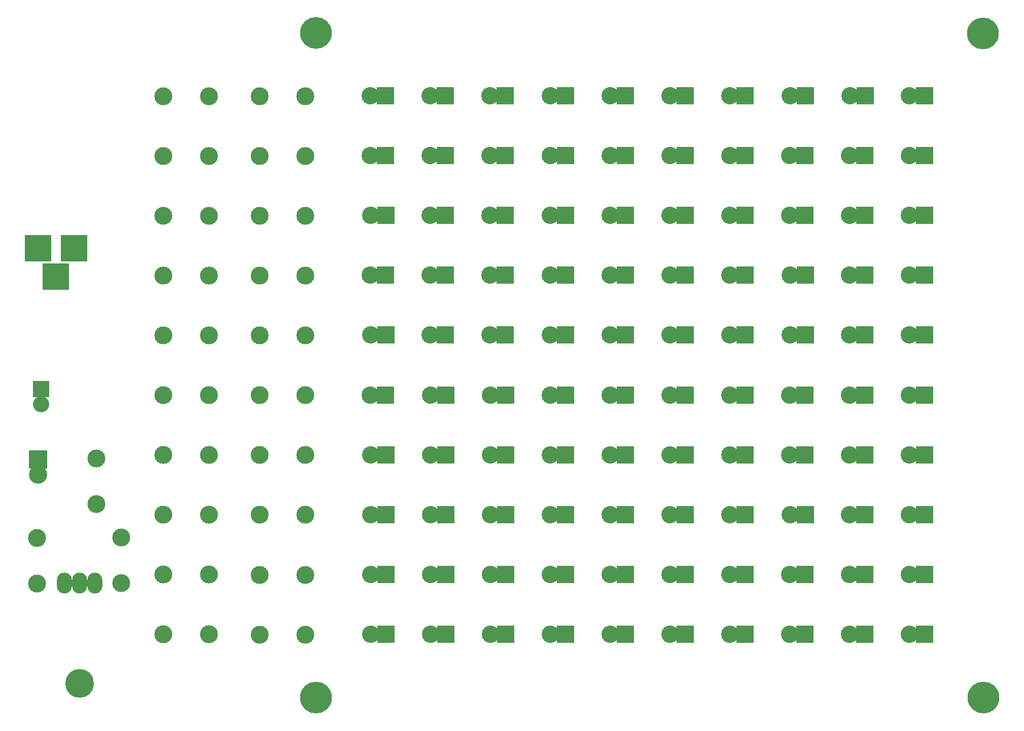
<source format=gbr>
G04 #@! TF.GenerationSoftware,KiCad,Pcbnew,(5.0.0)*
G04 #@! TF.CreationDate,2019-04-16T18:27:59-04:00*
G04 #@! TF.ProjectId,V2 - 2 ,5632202D2032202E6B696361645F7063,rev?*
G04 #@! TF.SameCoordinates,Original*
G04 #@! TF.FileFunction,Soldermask,Top*
G04 #@! TF.FilePolarity,Negative*
%FSLAX46Y46*%
G04 Gerber Fmt 4.6, Leading zero omitted, Abs format (unit mm)*
G04 Created by KiCad (PCBNEW (5.0.0)) date 04/16/19 18:27:59*
%MOMM*%
%LPD*%
G01*
G04 APERTURE LIST*
%ADD10C,5.300000*%
%ADD11R,4.500120X4.500120*%
%ADD12R,2.900000X3.000000*%
%ADD13C,2.900000*%
%ADD14R,3.032000X3.032000*%
%ADD15O,3.032000X3.032000*%
%ADD16O,2.501140X3.499360*%
%ADD17C,4.799840*%
%ADD18C,2.998980*%
%ADD19R,2.700000X2.700000*%
%ADD20O,2.700000X2.700000*%
G04 APERTURE END LIST*
D10*
G04 #@! TO.C,REF\002A\002A*
X115110000Y-139110000D03*
G04 #@! TD*
G04 #@! TO.C,REF\002A\002A*
X226580000Y-139110000D03*
G04 #@! TD*
G04 #@! TO.C,REF\002A\002A*
X226480000Y-28070000D03*
G04 #@! TD*
D11*
G04 #@! TO.C,CON1*
X74700140Y-64000000D03*
X68700660Y-64000000D03*
X71700400Y-68699000D03*
G04 #@! TD*
D12*
G04 #@! TO.C,D1*
X126750000Y-38500000D03*
D13*
X124210000Y-38500000D03*
G04 #@! TD*
D12*
G04 #@! TO.C,D2*
X136750000Y-38500000D03*
D13*
X134210000Y-38500000D03*
G04 #@! TD*
D12*
G04 #@! TO.C,D3*
X146750000Y-38500000D03*
D13*
X144210000Y-38500000D03*
G04 #@! TD*
D12*
G04 #@! TO.C,D4*
X156790000Y-38500000D03*
D13*
X154250000Y-38500000D03*
G04 #@! TD*
D12*
G04 #@! TO.C,D5*
X166750000Y-38500000D03*
D13*
X164210000Y-38500000D03*
G04 #@! TD*
D12*
G04 #@! TO.C,D6*
X126750000Y-48500000D03*
D13*
X124210000Y-48500000D03*
G04 #@! TD*
D12*
G04 #@! TO.C,D7*
X136750000Y-48500000D03*
D13*
X134210000Y-48500000D03*
G04 #@! TD*
D12*
G04 #@! TO.C,D8*
X146750000Y-48500000D03*
D13*
X144210000Y-48500000D03*
G04 #@! TD*
D12*
G04 #@! TO.C,D9*
X156790000Y-48500000D03*
D13*
X154250000Y-48500000D03*
G04 #@! TD*
D12*
G04 #@! TO.C,D10*
X166750000Y-48500000D03*
D13*
X164210000Y-48500000D03*
G04 #@! TD*
D12*
G04 #@! TO.C,D11*
X126790000Y-58500000D03*
D13*
X124250000Y-58500000D03*
G04 #@! TD*
D12*
G04 #@! TO.C,D12*
X136750000Y-58500000D03*
D13*
X134210000Y-58500000D03*
G04 #@! TD*
D12*
G04 #@! TO.C,D13*
X146750000Y-58500000D03*
D13*
X144210000Y-58500000D03*
G04 #@! TD*
D12*
G04 #@! TO.C,D14*
X156750000Y-58500000D03*
D13*
X154210000Y-58500000D03*
G04 #@! TD*
D12*
G04 #@! TO.C,D15*
X166750000Y-58500000D03*
D13*
X164210000Y-58500000D03*
G04 #@! TD*
D12*
G04 #@! TO.C,D16*
X126750000Y-68500000D03*
D13*
X124210000Y-68500000D03*
G04 #@! TD*
D12*
G04 #@! TO.C,D17*
X136750000Y-68500000D03*
D13*
X134210000Y-68500000D03*
G04 #@! TD*
D12*
G04 #@! TO.C,D18*
X146750000Y-68500000D03*
D13*
X144210000Y-68500000D03*
G04 #@! TD*
D12*
G04 #@! TO.C,D19*
X156750000Y-68500000D03*
D13*
X154210000Y-68500000D03*
G04 #@! TD*
D12*
G04 #@! TO.C,D20*
X166750000Y-68500000D03*
D13*
X164210000Y-68500000D03*
G04 #@! TD*
D12*
G04 #@! TO.C,D21*
X126790000Y-78500000D03*
D13*
X124250000Y-78500000D03*
G04 #@! TD*
D12*
G04 #@! TO.C,D22*
X136750000Y-78500000D03*
D13*
X134210000Y-78500000D03*
G04 #@! TD*
D12*
G04 #@! TO.C,D23*
X146750000Y-78500000D03*
D13*
X144210000Y-78500000D03*
G04 #@! TD*
D12*
G04 #@! TO.C,D24*
X156750000Y-78500000D03*
D13*
X154210000Y-78500000D03*
G04 #@! TD*
D12*
G04 #@! TO.C,D25*
X166790000Y-78500000D03*
D13*
X164250000Y-78500000D03*
G04 #@! TD*
D12*
G04 #@! TO.C,D26*
X126750000Y-88500000D03*
D13*
X124210000Y-88500000D03*
G04 #@! TD*
D12*
G04 #@! TO.C,D27*
X136790000Y-88500000D03*
D13*
X134250000Y-88500000D03*
G04 #@! TD*
D12*
G04 #@! TO.C,D28*
X146790000Y-88500000D03*
D13*
X144250000Y-88500000D03*
G04 #@! TD*
D12*
G04 #@! TO.C,D29*
X156790000Y-88500000D03*
D13*
X154250000Y-88500000D03*
G04 #@! TD*
D12*
G04 #@! TO.C,D30*
X166790000Y-88500000D03*
D13*
X164250000Y-88500000D03*
G04 #@! TD*
D12*
G04 #@! TO.C,D31*
X126790000Y-98500000D03*
D13*
X124250000Y-98500000D03*
G04 #@! TD*
D12*
G04 #@! TO.C,D32*
X136790000Y-98500000D03*
D13*
X134250000Y-98500000D03*
G04 #@! TD*
D12*
G04 #@! TO.C,D33*
X146790000Y-98500000D03*
D13*
X144250000Y-98500000D03*
G04 #@! TD*
D12*
G04 #@! TO.C,D34*
X156790000Y-98500000D03*
D13*
X154250000Y-98500000D03*
G04 #@! TD*
D12*
G04 #@! TO.C,D35*
X166790000Y-98500000D03*
D13*
X164250000Y-98500000D03*
G04 #@! TD*
D12*
G04 #@! TO.C,D36*
X126790000Y-108500000D03*
D13*
X124250000Y-108500000D03*
G04 #@! TD*
D12*
G04 #@! TO.C,D37*
X136790000Y-108500000D03*
D13*
X134250000Y-108500000D03*
G04 #@! TD*
D12*
G04 #@! TO.C,D38*
X146790000Y-108500000D03*
D13*
X144250000Y-108500000D03*
G04 #@! TD*
D12*
G04 #@! TO.C,D39*
X156790000Y-108500000D03*
D13*
X154250000Y-108500000D03*
G04 #@! TD*
D12*
G04 #@! TO.C,D40*
X166790000Y-108500000D03*
D13*
X164250000Y-108500000D03*
G04 #@! TD*
D12*
G04 #@! TO.C,D41*
X126790000Y-118500000D03*
D13*
X124250000Y-118500000D03*
G04 #@! TD*
D12*
G04 #@! TO.C,D42*
X136790000Y-118500000D03*
D13*
X134250000Y-118500000D03*
G04 #@! TD*
D12*
G04 #@! TO.C,D43*
X146790000Y-118500000D03*
D13*
X144250000Y-118500000D03*
G04 #@! TD*
D12*
G04 #@! TO.C,D44*
X156790000Y-118500000D03*
D13*
X154250000Y-118500000D03*
G04 #@! TD*
D12*
G04 #@! TO.C,D45*
X166790000Y-118500000D03*
D13*
X164250000Y-118500000D03*
G04 #@! TD*
D12*
G04 #@! TO.C,D46*
X126790000Y-128500000D03*
D13*
X124250000Y-128500000D03*
G04 #@! TD*
D12*
G04 #@! TO.C,D47*
X136790000Y-128500000D03*
D13*
X134250000Y-128500000D03*
G04 #@! TD*
D12*
G04 #@! TO.C,D48*
X146790000Y-128500000D03*
D13*
X144250000Y-128500000D03*
G04 #@! TD*
D12*
G04 #@! TO.C,D49*
X156790000Y-128500000D03*
D13*
X154250000Y-128500000D03*
G04 #@! TD*
D12*
G04 #@! TO.C,D50*
X166790000Y-128500000D03*
D13*
X164250000Y-128500000D03*
G04 #@! TD*
D12*
G04 #@! TO.C,D51*
X176790000Y-38500000D03*
D13*
X174250000Y-38500000D03*
G04 #@! TD*
D12*
G04 #@! TO.C,D52*
X186750000Y-38500000D03*
D13*
X184210000Y-38500000D03*
G04 #@! TD*
D12*
G04 #@! TO.C,D53*
X196790000Y-38500000D03*
D13*
X194250000Y-38500000D03*
G04 #@! TD*
D12*
G04 #@! TO.C,D54*
X206790000Y-38500000D03*
D13*
X204250000Y-38500000D03*
G04 #@! TD*
D12*
G04 #@! TO.C,D55*
X216750000Y-38500000D03*
D13*
X214210000Y-38500000D03*
G04 #@! TD*
D12*
G04 #@! TO.C,D56*
X176790000Y-48500000D03*
D13*
X174250000Y-48500000D03*
G04 #@! TD*
D12*
G04 #@! TO.C,D57*
X186750000Y-48500000D03*
D13*
X184210000Y-48500000D03*
G04 #@! TD*
D12*
G04 #@! TO.C,D58*
X196750000Y-48500000D03*
D13*
X194210000Y-48500000D03*
G04 #@! TD*
D12*
G04 #@! TO.C,D59*
X206750000Y-48500000D03*
D13*
X204210000Y-48500000D03*
G04 #@! TD*
D12*
G04 #@! TO.C,D60*
X216750000Y-48500000D03*
D13*
X214210000Y-48500000D03*
G04 #@! TD*
D12*
G04 #@! TO.C,D61*
X176750000Y-58500000D03*
D13*
X174210000Y-58500000D03*
G04 #@! TD*
D12*
G04 #@! TO.C,D62*
X186750000Y-58500000D03*
D13*
X184210000Y-58500000D03*
G04 #@! TD*
D12*
G04 #@! TO.C,D63*
X196750000Y-58500000D03*
D13*
X194210000Y-58500000D03*
G04 #@! TD*
D12*
G04 #@! TO.C,D64*
X206750000Y-58500000D03*
D13*
X204210000Y-58500000D03*
G04 #@! TD*
D12*
G04 #@! TO.C,D65*
X216750000Y-58500000D03*
D13*
X214210000Y-58500000D03*
G04 #@! TD*
D12*
G04 #@! TO.C,D66*
X176750000Y-68500000D03*
D13*
X174210000Y-68500000D03*
G04 #@! TD*
D12*
G04 #@! TO.C,D67*
X186750000Y-68500000D03*
D13*
X184210000Y-68500000D03*
G04 #@! TD*
D12*
G04 #@! TO.C,D68*
X196790000Y-68500000D03*
D13*
X194250000Y-68500000D03*
G04 #@! TD*
D12*
G04 #@! TO.C,D69*
X206750000Y-68500000D03*
D13*
X204210000Y-68500000D03*
G04 #@! TD*
D12*
G04 #@! TO.C,D70*
X216750000Y-68500000D03*
D13*
X214210000Y-68500000D03*
G04 #@! TD*
D12*
G04 #@! TO.C,D71*
X176790000Y-78500000D03*
D13*
X174250000Y-78500000D03*
G04 #@! TD*
D12*
G04 #@! TO.C,D72*
X186750000Y-78500000D03*
D13*
X184210000Y-78500000D03*
G04 #@! TD*
D12*
G04 #@! TO.C,D73*
X196790000Y-78500000D03*
D13*
X194250000Y-78500000D03*
G04 #@! TD*
D12*
G04 #@! TO.C,D74*
X206750000Y-78500000D03*
D13*
X204210000Y-78500000D03*
G04 #@! TD*
D12*
G04 #@! TO.C,D75*
X216750000Y-78500000D03*
D13*
X214210000Y-78500000D03*
G04 #@! TD*
D12*
G04 #@! TO.C,D76*
X176750000Y-88500000D03*
D13*
X174210000Y-88500000D03*
G04 #@! TD*
D12*
G04 #@! TO.C,D77*
X186750000Y-88500000D03*
D13*
X184210000Y-88500000D03*
G04 #@! TD*
D12*
G04 #@! TO.C,D78*
X196750000Y-88500000D03*
D13*
X194210000Y-88500000D03*
G04 #@! TD*
D12*
G04 #@! TO.C,D79*
X206750000Y-88500000D03*
D13*
X204210000Y-88500000D03*
G04 #@! TD*
D12*
G04 #@! TO.C,D80*
X216750000Y-88500000D03*
D13*
X214210000Y-88500000D03*
G04 #@! TD*
D12*
G04 #@! TO.C,D81*
X176750000Y-98500000D03*
D13*
X174210000Y-98500000D03*
G04 #@! TD*
D12*
G04 #@! TO.C,D82*
X186750000Y-98500000D03*
D13*
X184210000Y-98500000D03*
G04 #@! TD*
D12*
G04 #@! TO.C,D83*
X196750000Y-98500000D03*
D13*
X194210000Y-98500000D03*
G04 #@! TD*
D12*
G04 #@! TO.C,D84*
X206750000Y-98500000D03*
D13*
X204210000Y-98500000D03*
G04 #@! TD*
D12*
G04 #@! TO.C,D85*
X216750000Y-98500000D03*
D13*
X214210000Y-98500000D03*
G04 #@! TD*
D12*
G04 #@! TO.C,D86*
X176750000Y-108500000D03*
D13*
X174210000Y-108500000D03*
G04 #@! TD*
D12*
G04 #@! TO.C,D87*
X186750000Y-108500000D03*
D13*
X184210000Y-108500000D03*
G04 #@! TD*
D12*
G04 #@! TO.C,D88*
X196790000Y-108500000D03*
D13*
X194250000Y-108500000D03*
G04 #@! TD*
D12*
G04 #@! TO.C,D89*
X206750000Y-108500000D03*
D13*
X204210000Y-108500000D03*
G04 #@! TD*
D12*
G04 #@! TO.C,D90*
X216750000Y-108500000D03*
D13*
X214210000Y-108500000D03*
G04 #@! TD*
D12*
G04 #@! TO.C,D91*
X176750000Y-118500000D03*
D13*
X174210000Y-118500000D03*
G04 #@! TD*
D12*
G04 #@! TO.C,D92*
X186790000Y-118500000D03*
D13*
X184250000Y-118500000D03*
G04 #@! TD*
D12*
G04 #@! TO.C,D93*
X196750000Y-118500000D03*
D13*
X194210000Y-118500000D03*
G04 #@! TD*
D12*
G04 #@! TO.C,D94*
X206750000Y-118500000D03*
D13*
X204210000Y-118500000D03*
G04 #@! TD*
D12*
G04 #@! TO.C,D95*
X216750000Y-118500000D03*
D13*
X214210000Y-118500000D03*
G04 #@! TD*
D12*
G04 #@! TO.C,D96*
X176750000Y-128500000D03*
D13*
X174210000Y-128500000D03*
G04 #@! TD*
D12*
G04 #@! TO.C,D97*
X186750000Y-128500000D03*
D13*
X184210000Y-128500000D03*
G04 #@! TD*
D12*
G04 #@! TO.C,D98*
X196750000Y-128500000D03*
D13*
X194210000Y-128500000D03*
G04 #@! TD*
D12*
G04 #@! TO.C,D99*
X206750000Y-128500000D03*
D13*
X204210000Y-128500000D03*
G04 #@! TD*
D12*
G04 #@! TO.C,D100*
X216750000Y-128500000D03*
D13*
X214210000Y-128500000D03*
G04 #@! TD*
D14*
G04 #@! TO.C,RP1*
X68750000Y-99250000D03*
D15*
X68750000Y-101790000D03*
G04 #@! TD*
D16*
G04 #@! TO.C,Q1*
X75710000Y-119986000D03*
X78250000Y-119986000D03*
X73170000Y-119986000D03*
D17*
X75710000Y-136750000D03*
G04 #@! TD*
D18*
G04 #@! TO.C,R1*
X97225000Y-38550000D03*
X89605000Y-38550000D03*
G04 #@! TD*
G04 #@! TO.C,R2*
X97225000Y-48547222D03*
X89605000Y-48547222D03*
G04 #@! TD*
G04 #@! TO.C,R3*
X97225000Y-58544444D03*
X89605000Y-58544444D03*
G04 #@! TD*
G04 #@! TO.C,R4*
X97225000Y-68541666D03*
X89605000Y-68541666D03*
G04 #@! TD*
G04 #@! TO.C,R5*
X97225000Y-78538888D03*
X89605000Y-78538888D03*
G04 #@! TD*
G04 #@! TO.C,R6*
X97225000Y-88536110D03*
X89605000Y-88536110D03*
G04 #@! TD*
G04 #@! TO.C,R7*
X97225000Y-98533332D03*
X89605000Y-98533332D03*
G04 #@! TD*
G04 #@! TO.C,R8*
X97225000Y-108530554D03*
X89605000Y-108530554D03*
G04 #@! TD*
G04 #@! TO.C,R9*
X97225000Y-118527776D03*
X89605000Y-118527776D03*
G04 #@! TD*
G04 #@! TO.C,R10*
X97225000Y-128524998D03*
X89605000Y-128524998D03*
G04 #@! TD*
G04 #@! TO.C,R11*
X113325000Y-38575000D03*
X105705000Y-38575000D03*
G04 #@! TD*
G04 #@! TO.C,R12*
X113325000Y-48572222D03*
X105705000Y-48572222D03*
G04 #@! TD*
G04 #@! TO.C,R13*
X113325000Y-58569444D03*
X105705000Y-58569444D03*
G04 #@! TD*
G04 #@! TO.C,R14*
X113325000Y-68566666D03*
X105705000Y-68566666D03*
G04 #@! TD*
G04 #@! TO.C,R15*
X113325000Y-78563888D03*
X105705000Y-78563888D03*
G04 #@! TD*
G04 #@! TO.C,R16*
X113325000Y-88561110D03*
X105705000Y-88561110D03*
G04 #@! TD*
G04 #@! TO.C,R17*
X113325000Y-98558332D03*
X105705000Y-98558332D03*
G04 #@! TD*
G04 #@! TO.C,R18*
X113325000Y-108555554D03*
X105705000Y-108555554D03*
G04 #@! TD*
G04 #@! TO.C,R19*
X113325000Y-118552776D03*
X105705000Y-118552776D03*
G04 #@! TD*
G04 #@! TO.C,R20*
X113325000Y-128549998D03*
X105705000Y-128549998D03*
G04 #@! TD*
G04 #@! TO.C,R21*
X78500000Y-106750000D03*
X78500000Y-99130000D03*
G04 #@! TD*
G04 #@! TO.C,R22*
X82625000Y-119975000D03*
X82625000Y-112355000D03*
G04 #@! TD*
G04 #@! TO.C,R23*
X68525000Y-112375000D03*
X68525000Y-119995000D03*
G04 #@! TD*
D10*
G04 #@! TO.C,REF\002A\002A*
X115090000Y-28030000D03*
G04 #@! TD*
D19*
G04 #@! TO.C,SW1*
X69250000Y-87500000D03*
D20*
X69250000Y-90040000D03*
G04 #@! TD*
M02*

</source>
